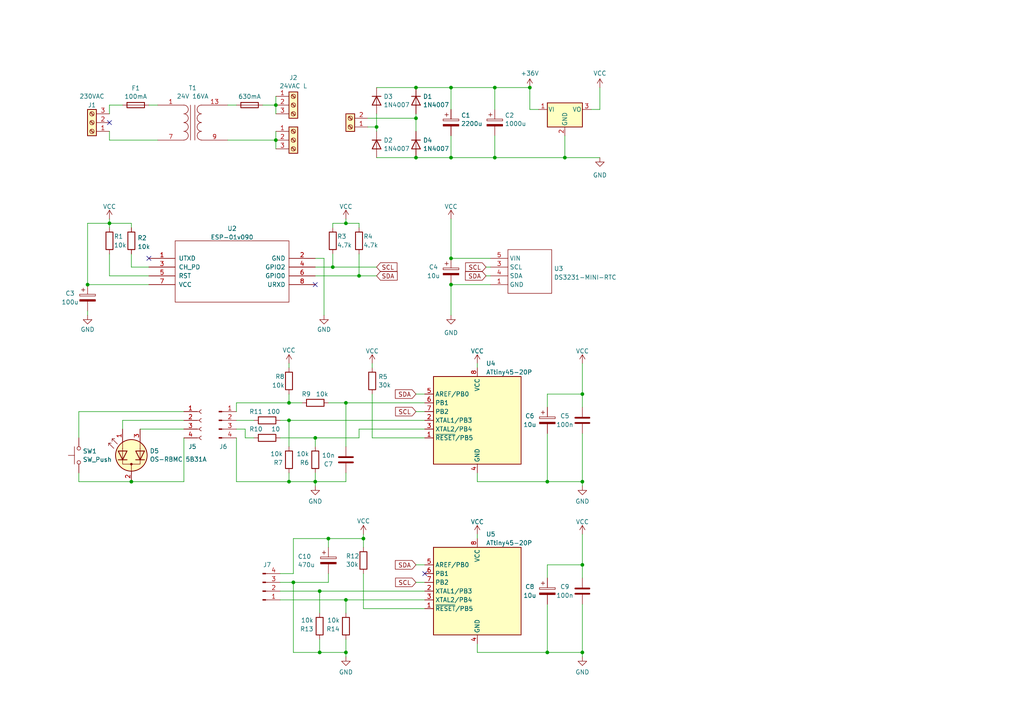
<source format=kicad_sch>
(kicad_sch (version 20230121) (generator eeschema)
  (paper "A4")
  (title_block (title "IrriGator") (date "2024-03-09") (rev "1.0") (company "peterbudai.eu"))
  (lib_symbols
    (symbol "Connector:Conn_01x04_Pin" (pin_names (offset 1.016) hide)
      (property "Reference" "J" (at 0 5.08 0))
      (property "Value" "Conn_01x04_Pin" (at 0 -7.62 0))
      (symbol "Conn_01x04_Pin_1_1"
        (polyline (pts (xy 1.27 -5.08) (xy 0.8636 -5.08)) (stroke (width 0.1524)))
        (polyline (pts (xy 1.27 -2.54) (xy 0.8636 -2.54)) (stroke (width 0.1524)))
        (polyline (pts (xy 1.27 0) (xy 0.8636 0)) (stroke (width 0.1524)))
        (polyline (pts (xy 1.27 2.54) (xy 0.8636 2.54)) (stroke (width 0.1524)))
        (rectangle (start 0.8636 -4.953) (end 0 -5.207) (stroke (width 0.1524)) (fill (type outline)))
        (rectangle (start 0.8636 -2.413) (end 0 -2.667) (stroke (width 0.1524)) (fill (type outline)))
        (rectangle (start 0.8636 0.127) (end 0 -0.127) (stroke (width 0.1524)) (fill (type outline)))
        (rectangle (start 0.8636 2.667) (end 0 2.413) (stroke (width 0.1524)) (fill (type outline)))
        (pin passive line (at 5.08 2.54 180) (length 3.81) (name "Pin_1") (number "1"))
        (pin passive line (at 5.08 0 180) (length 3.81) (name "Pin_2") (number "2"))
        (pin passive line (at 5.08 -2.54 180) (length 3.81) (name "Pin_3") (number "3"))
        (pin passive line (at 5.08 -5.08 180) (length 3.81) (name "Pin_4") (number "4"))
      )
    )
    (symbol "Connector:Conn_01x04_Socket" (pin_names (offset 1.016) hide)
      (property "Reference" "J" (at 0 5.08 0))
      (property "Value" "Conn_01x04_Socket" (at 0 -7.62 0))
      (symbol "Conn_01x04_Socket_1_1"
        (arc (start 0 -4.572) (mid -0.5058 -5.08) (end 0 -5.588) (stroke (width 0.1524)))
        (arc (start 0 -2.032) (mid -0.5058 -2.54) (end 0 -3.048) (stroke (width 0.1524)))
        (polyline (pts (xy -1.27 -5.08) (xy -0.508 -5.08)) (stroke (width 0.1524)))
        (polyline (pts (xy -1.27 -2.54) (xy -0.508 -2.54)) (stroke (width 0.1524)))
        (polyline (pts (xy -1.27 0) (xy -0.508 0)) (stroke (width 0.1524)))
        (polyline (pts (xy -1.27 2.54) (xy -0.508 2.54)) (stroke (width 0.1524)))
        (arc (start 0 0.508) (mid -0.5058 0) (end 0 -0.508) (stroke (width 0.1524)))
        (arc (start 0 3.048) (mid -0.5058 2.54) (end 0 2.032) (stroke (width 0.1524)))
        (pin passive line (at -5.08 2.54 0) (length 3.81) (name "Pin_1") (number "1"))
        (pin passive line (at -5.08 0 0) (length 3.81) (name "Pin_2") (number "2"))
        (pin passive line (at -5.08 -2.54 0) (length 3.81) (name "Pin_3") (number "3"))
        (pin passive line (at -5.08 -5.08 0) (length 3.81) (name "Pin_4") (number "4"))
      )
    )
    (symbol "Connector:Screw_Terminal_01x02" (pin_names (offset 1.016) hide)
      (property "Reference" "J" (at 0 2.54 0))
      (property "Value" "Screw_Terminal_01x02" (at 0 -5.08 0))
      (symbol "Screw_Terminal_01x02_1_1"
        (rectangle (start -1.27 1.27) (end 1.27 -3.81) (stroke (width 0.254)) (fill (type background)))
        (circle (center 0 -2.54) (radius 0.635) (stroke (width 0.1524)))
        (polyline (pts (xy -0.5334 -2.2098) (xy 0.3302 -3.048)) (stroke (width 0.1524)))
        (polyline (pts (xy -0.5334 0.3302) (xy 0.3302 -0.508)) (stroke (width 0.1524)))
        (polyline (pts (xy -0.3556 -2.032) (xy 0.508 -2.8702)) (stroke (width 0.1524)))
        (polyline (pts (xy -0.3556 0.508) (xy 0.508 -0.3302)) (stroke (width 0.1524)))
        (circle (center 0 0) (radius 0.635) (stroke (width 0.1524)))
        (pin passive line (at -5.08 0 0) (length 3.81) (name "Pin_1") (number "1"))
        (pin passive line (at -5.08 -2.54 0) (length 3.81) (name "Pin_2") (number "2"))
      )
    )
    (symbol "Connector:Screw_Terminal_01x03" (pin_names (offset 1.016) hide)
      (property "Reference" "J" (at 0 5.08 0))
      (property "Value" "Screw_Terminal_01x03" (at 0 -5.08 0))
      (symbol "Screw_Terminal_01x03_1_1"
        (rectangle (start -1.27 3.81) (end 1.27 -3.81) (stroke (width 0.254)) (fill (type background)))
        (circle (center 0 -2.54) (radius 0.635) (stroke (width 0.1524)))
        (polyline (pts (xy -0.5334 -2.2098) (xy 0.3302 -3.048)) (stroke (width 0.1524)))
        (polyline (pts (xy -0.5334 0.3302) (xy 0.3302 -0.508)) (stroke (width 0.1524)))
        (polyline (pts (xy -0.5334 2.8702) (xy 0.3302 2.032)) (stroke (width 0.1524)))
        (polyline (pts (xy -0.3556 -2.032) (xy 0.508 -2.8702)) (stroke (width 0.1524)))
        (polyline (pts (xy -0.3556 0.508) (xy 0.508 -0.3302)) (stroke (width 0.1524)))
        (polyline (pts (xy -0.3556 3.048) (xy 0.508 2.2098)) (stroke (width 0.1524)))
        (circle (center 0 0) (radius 0.635) (stroke (width 0.1524)))
        (circle (center 0 2.54) (radius 0.635) (stroke (width 0.1524)))
        (pin passive line (at -5.08 2.54 0) (length 3.81) (name "Pin_1") (number "1"))
        (pin passive line (at -5.08 0 0) (length 3.81) (name "Pin_2") (number "2"))
        (pin passive line (at -5.08 -2.54 0) (length 3.81) (name "Pin_3") (number "3"))
      )
    )
    (symbol "Device:C" (pin_numbers hide) (pin_names (offset 0.254))
      (property "Reference" "C" (at 0.635 2.54 0))
      (property "Value" "C" (at 0.635 -2.54 0))
      (symbol "C_0_1"
        (polyline (pts (xy -2.032 -0.762) (xy 2.032 -0.762)) (stroke (width 0.508)))
        (polyline (pts (xy -2.032 0.762) (xy 2.032 0.762)) (stroke (width 0.508)))
      )
      (symbol "C_1_1"
        (pin passive line (at 0 3.81 270) (length 2.794) (name "~") (number "1"))
        (pin passive line (at 0 -3.81 90) (length 2.794) (name "~") (number "2"))
      )
    )
    (symbol "Device:C_Polarized" (pin_numbers hide) (pin_names (offset 0.254))
      (property "Reference" "C" (at 0.635 2.54 0))
      (property "Value" "C_Polarized" (at 0.635 -2.54 0))
      (symbol "C_Polarized_0_1"
        (rectangle (start -2.286 0.508) (end 2.286 1.016))
        (polyline (pts (xy -1.778 2.286) (xy -0.762 2.286)))
        (polyline (pts (xy -1.27 2.794) (xy -1.27 1.778)))
        (rectangle (start 2.286 -0.508) (end -2.286 -1.016) (fill (type outline)))
      )
      (symbol "C_Polarized_1_1"
        (pin passive line (at 0 3.81 270) (length 2.794) (name "~") (number "1"))
        (pin passive line (at 0 -3.81 90) (length 2.794) (name "~") (number "2"))
      )
    )
    (symbol "Device:Fuse" (pin_numbers hide) (pin_names (offset 0))
      (property "Reference" "F" (at 2.032 0 90))
      (property "Value" "Fuse" (at -1.905 0 90))
      (symbol "Fuse_0_1"
        (rectangle (start -0.762 -2.54) (end 0.762 2.54) (stroke (width 0.254)))
        (polyline (pts (xy 0 2.54) (xy 0 -2.54)))
      )
      (symbol "Fuse_1_1"
        (pin passive line (at 0 3.81 270) (length 1.27) (name "~") (number "1"))
        (pin passive line (at 0 -3.81 90) (length 1.27) (name "~") (number "2"))
      )
    )
    (symbol "Device:LED_Dual_AKA" (pin_names (offset 0) hide)
      (property "Reference" "D" (at 0 5.715 0))
      (property "Value" "LED_Dual_AKA" (at 0 -6.35 0))
      (symbol "LED_Dual_AKA_0_1"
        (circle (center -2.54 0) (radius 0.2794) (fill (type outline)))
        (polyline (pts (xy -4.572 0) (xy -2.54 0)))
        (polyline (pts (xy -1.27 -1.27) (xy -1.27 -3.81)) (stroke (width 0.254)))
        (polyline (pts (xy -1.27 1.27) (xy -1.27 3.81)) (stroke (width 0.254)))
        (polyline (pts (xy 3.81 -2.54) (xy 1.905 -2.54)))
        (polyline (pts (xy 3.81 2.54) (xy 1.905 2.54)))
        (polyline (pts (xy 1.27 -3.81) (xy 1.27 -1.27) (xy -1.27 -2.54) (xy 1.27 -3.81)) (stroke (width 0.254)))
        (polyline (pts (xy 1.27 1.27) (xy 1.27 3.81) (xy -1.27 2.54) (xy 1.27 1.27)) (stroke (width 0.254)))
        (polyline (pts (xy 2.032 2.54) (xy -2.54 2.54) (xy -2.54 -2.54) (xy 2.032 -2.54)))
        (polyline (pts (xy 2.032 5.08) (xy 3.556 6.604) (xy 2.794 6.604) (xy 3.556 6.604) (xy 3.556 5.842)))
        (polyline (pts (xy 3.302 4.064) (xy 4.826 5.588) (xy 4.064 5.588) (xy 4.826 5.588) (xy 4.826 4.826)))
        (circle (center 0 0) (radius 4.572) (stroke (width 0.254)) (fill (type background)))
      )
      (symbol "LED_Dual_AKA_1_1"
        (pin input line (at 7.62 2.54 180) (length 3.81) (name "A1") (number "1"))
        (pin input line (at -7.62 0 0) (length 3.048) (name "K") (number "2"))
        (pin input line (at 7.62 -2.54 180) (length 3.81) (name "A2") (number "3"))
      )
    )
    (symbol "Device:R" (pin_numbers hide) (pin_names (offset 0))
      (property "Reference" "R" (at 2.032 0 90))
      (property "Value" "R" (at 0 0 90))
      (symbol "R_0_1"
        (rectangle (start -1.016 -2.54) (end 1.016 2.54) (stroke (width 0.254)))
      )
      (symbol "R_1_1"
        (pin passive line (at 0 3.81 270) (length 1.27) (name "~") (number "1"))
        (pin passive line (at 0 -3.81 90) (length 1.27) (name "~") (number "2"))
      )
    )
    (symbol "Device:Transformer_1P_1S" (pin_names (offset 1.016) hide)
      (property "Reference" "T1" (at 0 10.0442 0))
      (property "Value" "24V 16VA" (at 0 7.62 0))
      (symbol "Transformer_1P_1S_0_1"
        (arc (start -2.54 -5.0546) (mid -1.6599 -4.6901) (end -1.27 -3.81))
        (arc (start -2.54 -2.5146) (mid -1.6599 -2.1501) (end -1.27 -1.27))
        (arc (start -2.54 0.0254) (mid -1.6599 0.3899) (end -1.27 1.27))
        (arc (start -2.54 2.5654) (mid -1.6599 2.9299) (end -1.27 3.81))
        (arc (start -1.27 -3.81) (mid -1.642 -2.912) (end -2.54 -2.54))
        (arc (start -1.27 -1.27) (mid -1.642 -0.372) (end -2.54 0))
        (arc (start -1.27 1.27) (mid -1.642 2.168) (end -2.54 2.54))
        (arc (start -1.27 3.81) (mid -1.642 4.708) (end -2.54 5.08))
        (polyline (pts (xy -0.635 5.08) (xy -0.635 -5.08)))
        (polyline (pts (xy 0.635 -5.08) (xy 0.635 5.08)))
        (arc (start 1.2954 -1.27) (mid 1.6599 -2.1501) (end 2.54 -2.5146))
        (arc (start 1.2954 1.27) (mid 1.6599 0.3899) (end 2.54 0.0254))
        (arc (start 1.2954 3.81) (mid 1.6599 2.9299) (end 2.54 2.5654))
        (arc (start 1.3208 -3.81) (mid 1.6853 -4.6901) (end 2.5654 -5.0546))
        (arc (start 2.54 0) (mid 1.642 -0.372) (end 1.2954 -1.27))
        (arc (start 2.54 2.54) (mid 1.642 2.168) (end 1.2954 1.27))
        (arc (start 2.54 5.08) (mid 1.642 4.708) (end 1.2954 3.81))
        (arc (start 2.5654 -2.54) (mid 1.6674 -2.912) (end 1.3208 -3.81))
      )
      (symbol "Transformer_1P_1S_1_1"
        (pin passive line (at -10.16 5.08 0) (length 7.62) (name "AA") (number "1"))
        (pin passive line (at 10.16 5.08 180) (length 7.62) (name "SB") (number "13"))
        (pin passive line (at -10.16 -5.08 0) (length 7.62) (name "AB") (number "7"))
        (pin passive line (at 10.16 -5.08 180) (length 7.62) (name "SA") (number "9"))
      )
    )
    (symbol "Diode:1N4007" (pin_numbers hide) (pin_names hide)
      (property "Reference" "D" (at 0 2.54 0))
      (property "Value" "1N4007" (at 0 -2.54 0))
      (symbol "1N4007_0_1"
        (polyline (pts (xy -1.27 1.27) (xy -1.27 -1.27)) (stroke (width 0.254)))
        (polyline (pts (xy 1.27 0) (xy -1.27 0)))
        (polyline (pts (xy 1.27 1.27) (xy 1.27 -1.27) (xy -1.27 0) (xy 1.27 1.27)) (stroke (width 0.254)))
      )
      (symbol "1N4007_1_1"
        (pin passive line (at -3.81 0 0) (length 2.54) (name "K") (number "1"))
        (pin passive line (at 3.81 0 180) (length 2.54) (name "A") (number "2"))
      )
    )
    (symbol "ESP3288:ESP-01v090" (pin_names (offset 1.016))
      (property "Reference" "U" (at 0 -2.54 0))
      (property "Value" "ESP-01v090" (at 0 2.54 0))
      (symbol "ESP-01v090_1_0"
        (rectangle (start -16.51 -8.89) (end 16.51 8.89))
      )
      (symbol "ESP-01v090_1_1"
        (pin output line (at -24.13 3.81 0) (length 7.62) (name "UTXD") (number "1"))
        (pin power_in line (at 24.13 3.81 180) (length 7.62) (name "GND") (number "2"))
        (pin input line (at -24.13 1.27 0) (length 7.62) (name "CH_PD") (number "3"))
        (pin tri_state line (at 24.13 1.27 180) (length 7.62) (name "GPIO2") (number "4"))
        (pin input line (at -24.13 -1.27 0) (length 7.62) (name "RST") (number "5"))
        (pin tri_state line (at 24.13 -1.27 180) (length 7.62) (name "GPIO0") (number "6"))
        (pin power_in line (at -24.13 -3.81 0) (length 7.62) (name "VCC") (number "7"))
        (pin input line (at 24.13 -3.81 180) (length 7.62) (name "URXD") (number "8"))
      )
    )
    (symbol "Irrigator:DS3231-MINI-RTC"
      (property "Reference" "U4" (at 6.985 0.8347 0))
      (property "Value" "DS3231-MINI-RTC" (at 6.985 -1.7022 0))
      (symbol "DS3231-MINI-RTC_0_1"
        (rectangle (start -6.35 6.35) (end 6.35 -6.35))
      )
      (symbol "DS3231-MINI-RTC_1_1"
        (pin power_in line (at -11.43 -3.81 0) (length 5.08) (name "GND") (number "1"))
        (pin input line (at -11.43 1.27 0) (length 5.08) (name "SCL") (number "3"))
        (pin bidirectional line (at -11.43 -1.27 0) (length 5.08) (name "SDA") (number "4"))
        (pin power_in line (at -11.43 3.81 0) (length 5.08) (name "VIN") (number "5"))
      )
    )
    (symbol "MCU_Microchip_ATtiny:ATtiny45-20P"
      (property "Reference" "U" (at -12.7 13.97 0))
      (property "Value" "ATtiny45-20P" (at 2.54 -13.97 0))
      (symbol "ATtiny45-20P_0_1"
        (rectangle (start -12.7 -12.7) (end 12.7 12.7) (stroke (width 0.254)) (fill (type background)))
      )
      (symbol "ATtiny45-20P_1_1"
        (pin bidirectional line (at 15.24 -5.08 180) (length 2.54) (name "~{RESET}/PB5") (number "1"))
        (pin bidirectional line (at 15.24 0 180) (length 2.54) (name "XTAL1/PB3") (number "2"))
        (pin bidirectional line (at 15.24 -2.54 180) (length 2.54) (name "XTAL2/PB4") (number "3"))
        (pin power_in line (at 0 -15.24 90) (length 2.54) (name "GND") (number "4"))
        (pin bidirectional line (at 15.24 7.62 180) (length 2.54) (name "AREF/PB0") (number "5"))
        (pin bidirectional line (at 15.24 5.08 180) (length 2.54) (name "PB1") (number "6"))
        (pin bidirectional line (at 15.24 2.54 180) (length 2.54) (name "PB2") (number "7"))
        (pin power_in line (at 0 15.24 270) (length 2.54) (name "VCC") (number "8"))
      )
    )
    (symbol "Regulator_Linear:LF33_TO220" (pin_names (offset 0.254))
      (property "Reference" "U" (at -3.81 3.175 0))
      (property "Value" "LF33_TO220" (at 0 3.175 0))
      (symbol "LF33_TO220_0_1"
        (rectangle (start -5.08 1.905) (end 5.08 -5.08) (stroke (width 0.254)) (fill (type background)))
      )
      (symbol "LF33_TO220_1_1"
        (pin power_in line (at -7.62 0 0) (length 2.54) (name "VI") (number "1"))
        (pin power_in line (at 0 -7.62 90) (length 2.54) (name "GND") (number "2"))
        (pin power_out line (at 7.62 0 180) (length 2.54) (name "VO") (number "3"))
      )
    )
    (symbol "Switch:SW_Push" (pin_numbers hide) (pin_names (offset 1.016) hide)
      (property "Reference" "SW" (at 1.27 2.54 0))
      (property "Value" "SW_Push" (at 0 -1.524 0))
      (symbol "SW_Push_0_1"
        (circle (center -2.032 0) (radius 0.508))
        (polyline (pts (xy 0 1.27) (xy 0 3.048)))
        (polyline (pts (xy 2.54 1.27) (xy -2.54 1.27)))
        (circle (center 2.032 0) (radius 0.508))
        (pin passive line (at -5.08 0 0) (length 2.54) (name "1") (number "1"))
        (pin passive line (at 5.08 0 180) (length 2.54) (name "2") (number "2"))
      )
    )
    (symbol "power:+36V" (power) (pin_names (offset 0))
      (property "Value" "+36V" (at 0 3.556 0))
      (symbol "+36V_0_1"
        (polyline (pts (xy -0.762 1.27) (xy 0 2.54)))
        (polyline (pts (xy 0 0) (xy 0 2.54)))
        (polyline (pts (xy 0 2.54) (xy 0.762 1.27)))
      )
      (symbol "+36V_1_1"
        (pin power_in line (at 0 0 90) (length 0) hide (name "+36V") (number "1"))
      )
    )
    (symbol "power:GND" (power) (pin_names (offset 0))
      (property "Value" "GND" (at 0 -3.81 0))
      (symbol "GND_0_1"
        (polyline (pts (xy 0 0) (xy 0 -1.27) (xy 1.27 -1.27) (xy 0 -2.54) (xy -1.27 -1.27) (xy 0 -1.27)))
      )
      (symbol "GND_1_1"
        (pin power_in line (at 0 0 270) (length 0) hide (name "GND") (number "1"))
      )
    )
    (symbol "power:VCC" (power) (pin_names (offset 0))
      (property "Value" "VCC" (at 0 3.81 0))
      (symbol "VCC_0_1"
        (polyline (pts (xy -0.762 1.27) (xy 0 2.54)))
        (polyline (pts (xy 0 0) (xy 0 2.54)))
        (polyline (pts (xy 0 2.54) (xy 0.762 1.27)))
      )
      (symbol "VCC_1_1"
        (pin power_in line (at 0 0 90) (length 0) hide (name "VCC") (number "1"))
      )
    )
  )
  (junction (at 95.25 156.21))
  (junction (at 100.33 189.23))
  (junction (at 80.01 40.64))
  (junction (at 130.81 25.4))
  (junction (at 91.44 139.7))
  (junction (at 120.65 34.29))
  (junction (at 105.41 156.21))
  (junction (at 168.91 139.7))
  (junction (at 38.1 139.7))
  (junction (at 96.52 77.47))
  (junction (at 168.91 114.3))
  (junction (at 168.91 163.83))
  (junction (at 83.82 139.7))
  (junction (at 25.4 82.55))
  (junction (at 100.33 173.99))
  (junction (at 130.81 82.55))
  (junction (at 85.09 168.91))
  (junction (at 130.81 74.93))
  (junction (at 31.75 64.77))
  (junction (at 158.75 139.7))
  (junction (at 83.82 121.92))
  (junction (at 80.01 30.48))
  (junction (at 104.14 80.01))
  (junction (at 100.33 116.84))
  (junction (at 109.22 36.83))
  (junction (at 163.83 45.72))
  (junction (at 158.75 189.23))
  (junction (at 120.65 45.72))
  (junction (at 83.82 116.84))
  (junction (at 143.51 25.4))
  (junction (at 120.65 25.4))
  (junction (at 92.71 189.23))
  (junction (at 130.81 45.72))
  (junction (at 100.33 64.77))
  (junction (at 92.71 171.45))
  (junction (at 143.51 45.72))
  (junction (at 168.91 189.23))
  (junction (at 91.44 127))
  (junction (at 153.67 25.4))
  (no_connect (at 31.75 35.56))
  (no_connect (at 91.44 82.55))
  (no_connect (at 43.18 74.93))
  (no_connect (at 123.19 166.37))
  (wire (pts (xy 163.83 45.72) (xy 143.51 45.72)))
  (wire (pts (xy 109.22 33.02) (xy 109.22 36.83)))
  (wire (pts (xy 130.81 63.5) (xy 130.81 74.93)))
  (wire (pts (xy 68.58 121.92) (xy 73.66 121.92)))
  (wire (pts (xy 85.09 166.37) (xy 85.09 156.21)))
  (wire (pts (xy 22.86 119.38) (xy 53.34 119.38)))
  (wire (pts (xy 31.75 30.48) (xy 31.75 33.02)))
  (wire (pts (xy 68.58 139.7) (xy 68.58 127)))
  (wire (pts (xy 83.82 121.92) (xy 81.28 121.92)))
  (wire (pts (xy 31.75 30.48) (xy 35.56 30.48)))
  (wire (pts (xy 107.95 114.3) (xy 107.95 127)))
  (wire (pts (xy 31.75 64.77) (xy 31.75 66.04)))
  (wire (pts (xy 53.34 139.7) (xy 38.1 139.7)))
  (wire (pts (xy 31.75 63.5) (xy 31.75 64.77)))
  (wire (pts (xy 100.33 185.42) (xy 100.33 189.23)))
  (wire (pts (xy 71.12 127) (xy 73.66 127)))
  (wire (pts (xy 35.56 121.92) (xy 53.34 121.92)))
  (wire (pts (xy 168.91 125.73) (xy 168.91 139.7)))
  (wire (pts (xy 95.25 156.21) (xy 105.41 156.21)))
  (wire (pts (xy 168.91 163.83) (xy 168.91 167.64)))
  (wire (pts (xy 143.51 31.75) (xy 143.51 25.4)))
  (wire (pts (xy 104.14 124.46) (xy 123.19 124.46)))
  (wire (pts (xy 130.81 25.4) (xy 130.81 31.75)))
  (wire (pts (xy 173.99 31.75) (xy 173.99 25.4)))
  (wire (pts (xy 91.44 129.54) (xy 91.44 127)))
  (wire (pts (xy 43.18 77.47) (xy 38.1 77.47)))
  (wire (pts (xy 153.67 31.75) (xy 156.21 31.75)))
  (wire (pts (xy 100.33 116.84) (xy 123.19 116.84)))
  (wire (pts (xy 91.44 77.47) (xy 96.52 77.47)))
  (wire (pts (xy 106.68 34.29) (xy 120.65 34.29)))
  (wire (pts (xy 168.91 189.23) (xy 158.75 189.23)))
  (wire (pts (xy 92.71 171.45) (xy 92.71 177.8)))
  (wire (pts (xy 138.43 105.41) (xy 138.43 106.68)))
  (wire (pts (xy 66.04 40.64) (xy 80.01 40.64)))
  (wire (pts (xy 138.43 186.69) (xy 138.43 189.23)))
  (wire (pts (xy 120.65 34.29) (xy 120.65 38.1)))
  (wire (pts (xy 80.01 27.94) (xy 80.01 30.48)))
  (wire (pts (xy 173.99 31.75) (xy 171.45 31.75)))
  (wire (pts (xy 130.81 82.55) (xy 130.81 91.44)))
  (wire (pts (xy 158.75 125.73) (xy 158.75 139.7)))
  (wire (pts (xy 105.41 154.94) (xy 105.41 156.21)))
  (wire (pts (xy 163.83 39.37) (xy 163.83 45.72)))
  (wire (pts (xy 83.82 139.7) (xy 83.82 137.16)))
  (wire (pts (xy 158.75 114.3) (xy 168.91 114.3)))
  (wire (pts (xy 22.86 137.16) (xy 22.86 139.7)))
  (wire (pts (xy 120.65 163.83) (xy 123.19 163.83)))
  (wire (pts (xy 140.97 77.47) (xy 142.24 77.47)))
  (wire (pts (xy 83.82 121.92) (xy 123.19 121.92)))
  (wire (pts (xy 168.91 139.7) (xy 158.75 139.7)))
  (wire (pts (xy 93.98 74.93) (xy 93.98 91.44)))
  (wire (pts (xy 66.04 30.48) (xy 68.58 30.48)))
  (wire (pts (xy 83.82 105.41) (xy 83.82 106.68)))
  (wire (pts (xy 43.18 80.01) (xy 31.75 80.01)))
  (wire (pts (xy 76.2 30.48) (xy 80.01 30.48)))
  (wire (pts (xy 80.01 38.1) (xy 80.01 40.64)))
  (wire (pts (xy 173.99 45.72) (xy 163.83 45.72)))
  (wire (pts (xy 104.14 127) (xy 104.14 124.46)))
  (wire (pts (xy 120.65 119.38) (xy 123.19 119.38)))
  (wire (pts (xy 120.65 25.4) (xy 130.81 25.4)))
  (wire (pts (xy 91.44 74.93) (xy 93.98 74.93)))
  (wire (pts (xy 95.25 116.84) (xy 100.33 116.84)))
  (wire (pts (xy 68.58 116.84) (xy 68.58 119.38)))
  (wire (pts (xy 85.09 168.91) (xy 95.25 168.91)))
  (wire (pts (xy 158.75 163.83) (xy 168.91 163.83)))
  (wire (pts (xy 143.51 39.37) (xy 143.51 45.72)))
  (wire (pts (xy 25.4 91.44) (xy 25.4 90.17)))
  (wire (pts (xy 91.44 139.7) (xy 91.44 140.97)))
  (wire (pts (xy 53.34 127) (xy 53.34 139.7)))
  (wire (pts (xy 83.82 129.54) (xy 83.82 121.92)))
  (wire (pts (xy 38.1 64.77) (xy 38.1 66.04)))
  (wire (pts (xy 143.51 25.4) (xy 153.67 25.4)))
  (wire (pts (xy 95.25 168.91) (xy 95.25 166.37)))
  (wire (pts (xy 43.18 30.48) (xy 45.72 30.48)))
  (wire (pts (xy 96.52 64.77) (xy 100.33 64.77)))
  (wire (pts (xy 153.67 31.75) (xy 153.67 25.4)))
  (wire (pts (xy 80.01 40.64) (xy 80.01 43.18)))
  (wire (pts (xy 130.81 39.37) (xy 130.81 45.72)))
  (wire (pts (xy 120.65 114.3) (xy 123.19 114.3)))
  (wire (pts (xy 85.09 189.23) (xy 92.71 189.23)))
  (wire (pts (xy 71.12 124.46) (xy 71.12 127)))
  (wire (pts (xy 81.28 168.91) (xy 85.09 168.91)))
  (wire (pts (xy 120.65 33.02) (xy 120.65 34.29)))
  (wire (pts (xy 100.33 116.84) (xy 100.33 129.54)))
  (wire (pts (xy 91.44 139.7) (xy 83.82 139.7)))
  (wire (pts (xy 100.33 189.23) (xy 100.33 190.5)))
  (wire (pts (xy 96.52 64.77) (xy 96.52 66.04)))
  (wire (pts (xy 105.41 176.53) (xy 123.19 176.53)))
  (wire (pts (xy 104.14 64.77) (xy 100.33 64.77)))
  (wire (pts (xy 100.33 173.99) (xy 100.33 177.8)))
  (wire (pts (xy 138.43 154.94) (xy 138.43 156.21)))
  (wire (pts (xy 140.97 80.01) (xy 142.24 80.01)))
  (wire (pts (xy 120.65 45.72) (xy 130.81 45.72)))
  (wire (pts (xy 85.09 168.91) (xy 85.09 189.23)))
  (wire (pts (xy 91.44 127) (xy 81.28 127)))
  (wire (pts (xy 168.91 139.7) (xy 168.91 140.97)))
  (wire (pts (xy 120.65 168.91) (xy 123.19 168.91)))
  (wire (pts (xy 105.41 166.37) (xy 105.41 176.53)))
  (wire (pts (xy 35.56 121.92) (xy 35.56 124.46)))
  (wire (pts (xy 123.19 173.99) (xy 100.33 173.99)))
  (wire (pts (xy 100.33 139.7) (xy 100.33 137.16)))
  (wire (pts (xy 80.01 33.02) (xy 80.01 30.48)))
  (wire (pts (xy 83.82 116.84) (xy 87.63 116.84)))
  (wire (pts (xy 91.44 80.01) (xy 104.14 80.01)))
  (wire (pts (xy 31.75 40.64) (xy 31.75 38.1)))
  (wire (pts (xy 158.75 163.83) (xy 158.75 167.64)))
  (wire (pts (xy 109.22 25.4) (xy 120.65 25.4)))
  (wire (pts (xy 138.43 139.7) (xy 158.75 139.7)))
  (wire (pts (xy 81.28 166.37) (xy 85.09 166.37)))
  (wire (pts (xy 104.14 80.01) (xy 109.22 80.01)))
  (wire (pts (xy 104.14 64.77) (xy 104.14 66.04)))
  (wire (pts (xy 109.22 45.72) (xy 120.65 45.72)))
  (wire (pts (xy 25.4 64.77) (xy 31.75 64.77)))
  (wire (pts (xy 31.75 73.66) (xy 31.75 80.01)))
  (wire (pts (xy 138.43 137.16) (xy 138.43 139.7)))
  (wire (pts (xy 123.19 171.45) (xy 92.71 171.45)))
  (wire (pts (xy 22.86 139.7) (xy 38.1 139.7)))
  (wire (pts (xy 100.33 64.77) (xy 100.33 63.5)))
  (wire (pts (xy 83.82 139.7) (xy 68.58 139.7)))
  (wire (pts (xy 130.81 74.93) (xy 142.24 74.93)))
  (wire (pts (xy 130.81 82.55) (xy 142.24 82.55)))
  (wire (pts (xy 105.41 158.75) (xy 105.41 156.21)))
  (wire (pts (xy 95.25 156.21) (xy 95.25 158.75)))
  (wire (pts (xy 40.64 124.46) (xy 53.34 124.46)))
  (wire (pts (xy 25.4 64.77) (xy 25.4 82.55)))
  (wire (pts (xy 104.14 73.66) (xy 104.14 80.01)))
  (wire (pts (xy 158.75 175.26) (xy 158.75 189.23)))
  (wire (pts (xy 81.28 171.45) (xy 92.71 171.45)))
  (wire (pts (xy 107.95 127) (xy 123.19 127)))
  (wire (pts (xy 45.72 40.64) (xy 31.75 40.64)))
  (wire (pts (xy 85.09 156.21) (xy 95.25 156.21)))
  (wire (pts (xy 130.81 25.4) (xy 143.51 25.4)))
  (wire (pts (xy 25.4 82.55) (xy 43.18 82.55)))
  (wire (pts (xy 168.91 114.3) (xy 168.91 105.41)))
  (wire (pts (xy 91.44 127) (xy 104.14 127)))
  (wire (pts (xy 68.58 116.84) (xy 83.82 116.84)))
  (wire (pts (xy 96.52 77.47) (xy 109.22 77.47)))
  (wire (pts (xy 168.91 114.3) (xy 168.91 118.11)))
  (wire (pts (xy 106.68 36.83) (xy 109.22 36.83)))
  (wire (pts (xy 22.86 127) (xy 22.86 119.38)))
  (wire (pts (xy 92.71 189.23) (xy 92.71 185.42)))
  (wire (pts (xy 92.71 189.23) (xy 100.33 189.23)))
  (wire (pts (xy 83.82 114.3) (xy 83.82 116.84)))
  (wire (pts (xy 158.75 114.3) (xy 158.75 118.11)))
  (wire (pts (xy 91.44 137.16) (xy 91.44 139.7)))
  (wire (pts (xy 138.43 189.23) (xy 158.75 189.23)))
  (wire (pts (xy 91.44 139.7) (xy 100.33 139.7)))
  (wire (pts (xy 38.1 77.47) (xy 38.1 73.66)))
  (wire (pts (xy 168.91 163.83) (xy 168.91 154.94)))
  (wire (pts (xy 168.91 175.26) (xy 168.91 189.23)))
  (wire (pts (xy 96.52 73.66) (xy 96.52 77.47)))
  (wire (pts (xy 109.22 36.83) (xy 109.22 38.1)))
  (wire (pts (xy 143.51 45.72) (xy 130.81 45.72)))
  (wire (pts (xy 81.28 173.99) (xy 100.33 173.99)))
  (wire (pts (xy 168.91 189.23) (xy 168.91 190.5)))
  (wire (pts (xy 68.58 124.46) (xy 71.12 124.46)))
  (wire (pts (xy 31.75 64.77) (xy 38.1 64.77)))
  (wire (pts (xy 107.95 105.41) (xy 107.95 106.68)))
  (global_label "SCL" (shape input) (at 120.65 168.91 180) (property "Intersheetrefs" "${INTERSHEET_REFS}" (effects hide)))
  (global_label "SCL" (shape input) (at 109.22 77.47 0) (property "Intersheetrefs" "${INTERSHEET_REFS}" (effects hide)))
  (global_label "SDA" (shape input) (at 120.65 114.3 180) (property "Intersheetrefs" "${INTERSHEET_REFS}" (effects hide)))
  (global_label "SDA" (shape input) (at 109.22 80.01 0) (property "Intersheetrefs" "${INTERSHEET_REFS}" (effects hide)))
  (global_label "SCL" (shape input) (at 120.65 119.38 180) (property "Intersheetrefs" "${INTERSHEET_REFS}" (effects hide)))
  (global_label "SDA" (shape input) (at 140.97 80.01 180) (property "Intersheetrefs" "${INTERSHEET_REFS}" (effects hide)))
  (global_label "SDA" (shape input) (at 120.65 163.83 180) (property "Intersheetrefs" "${INTERSHEET_REFS}" (effects hide)))
  (global_label "SCL" (shape input) (at 140.97 77.47 180) (property "Intersheetrefs" "${INTERSHEET_REFS}" (effects hide)))
  (symbol (lib_id "Connector:Screw_Terminal_01x03") (at 85.09 40.64 0) (unit 1)
    (property "Reference" "J3" (effects hide))
    (property "Value" "24VAC N" (effects hide))
    (property "Footprint" "TerminalBlock_Phoenix:TerminalBlock_Phoenix_MKDS-1,5-3-5.08_1x03_P5.08mm_Horizontal" (effects hide))
  )
  (symbol (lib_id "MCU_Microchip_ATtiny:ATtiny45-20P") (at 138.43 171.45 0) (mirror y) (unit 1)
    (property "Reference" "U5" (at 140.97 154.9431 0) (effects (justify right)))
    (property "Value" "ATtiny45-20P" (at 140.97 157.48 0) (effects (justify right)))
    (property "Footprint" "Package_DIP:DIP-8_W7.62mm_Socket" (effects hide))
    (property "Datasheet" "http://ww1.microchip.com/downloads/en/DeviceDoc/atmel-2586-avr-8-bit-microcontroller-attiny25-attiny45-attiny85_datasheet.pdf" (effects hide))
  )
  (symbol (lib_id "Connector:Conn_01x04_Pin") (at 63.5 121.92 0) (unit 1)
    (property "Reference" "J6" (at 64.77 129.54 0))
    (property "Value" "Conn_01x04_Pin" (effects hide))
    (property "Footprint" "Connector_PinHeader_2.54mm:PinHeader_1x04_P2.54mm_Vertical" (effects hide))
  )
  (symbol (lib_id "power:GND") (at 168.91 140.97 0) (unit 1)
    (property "Reference" "#PWR09" (effects hide))
    (property "Value" "GND" (at 168.91 145.4134 0))
  )
  (symbol (lib_id "Device:C_Polarized") (at 158.75 171.45 0) (unit 1)
    (property "Reference" "C8" (at 153.67 170.18 0))
    (property "Value" "10u" (at 153.67 172.72 0))
    (property "Footprint" "Capacitor_THT:CP_Radial_D5.0mm_P2.50mm" (effects hide))
  )
  (symbol (lib_id "Device:LED_Dual_AKA") (at 38.1 132.08 90) (unit 1)
    (property "Reference" "D5" (at 43.434 130.8044 90) (effects (justify right)))
    (property "Value" "OS-RBMC 5B31A" (at 43.434 133.2286 90) (effects (justify right)))
    (property "Footprint" "LED_THT:LED_D5.0mm-3" (effects hide))
  )
  (symbol (lib_id "Diode:1N4007") (at 109.22 41.91 270) (unit 1)
    (property "Reference" "D2" (at 111.252 40.6979 90) (effects (justify left)))
    (property "Value" "1N4007" (at 111.252 43.1221 90) (effects (justify left)))
    (property "Footprint" "Diode_THT:D_DO-41_SOD81_P10.16mm_Horizontal" (effects hide))
    (property "Datasheet" "http://www.vishay.com/docs/88503/1n4001.pdf" (effects hide))
    (property "Sim.Device" "D" (effects hide))
    (property "Sim.Pins" "1=K 2=A" (effects hide))
  )
  (symbol (lib_id "Connector:Conn_01x04_Pin") (at 76.2 171.45 0) (mirror x) (unit 1)
    (property "Reference" "J7" (at 77.47 163.83 0))
    (property "Value" "Conn_01x04_Pin" (effects hide))
    (property "Footprint" "Connector_PinHeader_2.54mm:PinHeader_1x04_P2.54mm_Vertical" (effects hide))
  )
  (symbol (lib_id "power:GND") (at 100.33 190.5 0) (unit 1)
    (property "Reference" "#PWR020" (effects hide))
    (property "Value" "GND" (at 100.33 194.9434 0))
  )
  (symbol (lib_id "Diode:1N4007") (at 120.65 41.91 270) (unit 1)
    (property "Reference" "D4" (at 122.682 40.6979 90) (effects (justify left)))
    (property "Value" "1N4007" (at 122.682 43.1221 90) (effects (justify left)))
    (property "Footprint" "Diode_THT:D_DO-41_SOD81_P10.16mm_Horizontal" (effects hide))
    (property "Datasheet" "http://www.vishay.com/docs/88503/1n4001.pdf" (effects hide))
    (property "Sim.Device" "D" (effects hide))
    (property "Sim.Pins" "1=K 2=A" (effects hide))
  )
  (symbol (lib_id "Device:R") (at 100.33 181.61 0) (unit 1)
    (property "Reference" "R14" (at 98.552 182.4447 0) (effects (justify right)))
    (property "Value" "10k" (at 98.552 179.9078 0) (effects (justify right)))
    (property "Footprint" "Resistor_THT:R_Axial_DIN0204_L3.6mm_D1.6mm_P7.62mm_Horizontal" (effects hide))
  )
  (symbol (lib_id "ESP3288:ESP-01v090") (at 67.31 78.74 0) (unit 1)
    (property "Reference" "U2" (at 67.31 66.2772 0))
    (property "Value" "ESP-01v090" (at 67.31 68.8141 0))
    (property "Footprint" "ESP8266:ESP-01" (effects hide))
    (property "Datasheet" "http://l0l.org.uk/2014/12/esp8266-modules-hardware-guide-gotta-catch-em-all/" (effects hide))
  )
  (symbol (lib_id "Device:C_Polarized") (at 130.81 78.74 0) (unit 1)
    (property "Reference" "C4" (at 125.73 77.47 0))
    (property "Value" "10u" (at 125.73 80.01 0))
    (property "Footprint" "Capacitor_THT:CP_Radial_D5.0mm_P2.50mm" (effects hide))
  )
  (symbol (lib_id "Device:R") (at 91.44 116.84 270) (unit 1)
    (property "Reference" "R9" (at 90.17 114.3 90) (effects (justify right)))
    (property "Value" "10k" (at 95.25 114.3 90) (effects (justify right)))
    (property "Footprint" "Resistor_THT:R_Axial_DIN0204_L3.6mm_D1.6mm_P7.62mm_Horizontal" (effects hide))
  )
  (symbol (lib_id "Diode:1N4007") (at 109.22 29.21 270) (unit 1)
    (property "Reference" "D3" (at 111.252 27.9979 90) (effects (justify left)))
    (property "Value" "1N4007" (at 111.252 30.4221 90) (effects (justify left)))
    (property "Footprint" "Diode_THT:D_DO-41_SOD81_P10.16mm_Horizontal" (effects hide))
    (property "Datasheet" "http://www.vishay.com/docs/88503/1n4001.pdf" (effects hide))
    (property "Sim.Device" "D" (effects hide))
    (property "Sim.Pins" "1=K 2=A" (effects hide))
  )
  (symbol (lib_id "Connector:Screw_Terminal_01x03") (at 26.67 35.56 180) (unit 1)
    (property "Reference" "J1" (at 26.67 30.48 0))
    (property "Value" "230VAC" (at 26.67 27.94 0))
    (property "Footprint" "TerminalBlock_Phoenix:TerminalBlock_Phoenix_MKDS-1,5-3-5.08_1x03_P5.08mm_Horizontal" (effects hide))
  )
  (symbol (lib_id "Device:C_Polarized") (at 95.25 162.56 0) (unit 1)
    (property "Reference" "C10" (at 86.36 161.4058 0) (effects (justify left)))
    (property "Value" "470u" (at 86.36 163.83 0) (effects (justify left)))
    (property "Footprint" "Capacitor_THT:CP_Radial_D10.0mm_P5.00mm" (effects hide))
  )
  (symbol (lib_id "Device:R") (at 77.47 127 270) (unit 1)
    (property "Reference" "R10" (at 76.2 124.46 90) (effects (justify right)))
    (property "Value" "10" (at 81.28 124.46 90) (effects (justify right)))
    (property "Footprint" "Resistor_THT:R_Axial_DIN0204_L3.6mm_D1.6mm_P7.62mm_Horizontal" (effects hide))
  )
  (symbol (lib_id "Device:C") (at 168.91 171.45 180) (unit 1)
    (property "Reference" "C9" (at 163.83 170.18 0))
    (property "Value" "100n" (at 163.83 172.7169 0))
    (property "Footprint" "Capacitor_THT:C_Disc_D5.0mm_W2.5mm_P2.50mm" (effects hide))
  )
  (symbol (lib_id "Device:R") (at 92.71 181.61 0) (unit 1)
    (property "Reference" "R13" (at 90.932 182.4447 0) (effects (justify right)))
    (property "Value" "10k" (at 90.932 179.9078 0) (effects (justify right)))
    (property "Footprint" "Resistor_THT:R_Axial_DIN0204_L3.6mm_D1.6mm_P7.62mm_Horizontal" (effects hide))
  )
  (symbol (lib_id "Device:Fuse") (at 39.37 30.48 90) (unit 1)
    (property "Reference" "F1" (at 39.37 25.5737 90))
    (property "Value" "100mA" (at 39.37 27.9979 90))
    (property "Footprint" "Fuse:Fuseholder_Cylinder-5x20mm_Stelvio-Kontek_PTF78_Horizontal_Open" (effects hide))
  )
  (symbol (lib_id "power:GND") (at 130.81 91.44 0) (mirror y) (unit 1)
    (property "Reference" "#PWR015" (effects hide))
    (property "Value" "GND" (at 130.81 96.52 0))
  )
  (symbol (lib_id "Device:C_Polarized") (at 130.81 35.56 0) (unit 1)
    (property "Reference" "C1" (at 133.731 33.4589 0) (effects (justify left)))
    (property "Value" "2200u" (at 133.731 35.8831 0) (effects (justify left)))
    (property "Footprint" "Capacitor_THT:CP_Radial_D16.0mm_P7.50mm" (effects hide))
  )
  (symbol (lib_id "MCU_Microchip_ATtiny:ATtiny45-20P") (at 138.43 121.92 0) (mirror y) (unit 1)
    (property "Reference" "U4" (at 140.97 105.4131 0) (effects (justify right)))
    (property "Value" "ATtiny45-20P" (at 140.97 107.95 0) (effects (justify right)))
    (property "Footprint" "Package_DIP:DIP-8_W7.62mm_Socket" (effects hide))
    (property "Datasheet" "http://ww1.microchip.com/downloads/en/DeviceDoc/atmel-2586-avr-8-bit-microcontroller-attiny25-attiny45-attiny85_datasheet.pdf" (effects hide))
  )
  (symbol (lib_id "Connector:Conn_01x04_Socket") (at 58.42 121.92 0) (unit 1)
    (property "Reference" "J5" (at 54.61 129.54 0) (effects (justify left)))
    (property "Value" "Conn_01x04_Socket" (effects hide))
    (property "Footprint" "Connector_Wire:SolderWire-0.1sqmm_1x04_P3.6mm_D0.4mm_OD1mm" (effects hide))
  )
  (symbol (lib_id "Device:C_Polarized") (at 25.4 86.36 0) (unit 1)
    (property "Reference" "C3" (at 20.32 85.09 0))
    (property "Value" "100u" (at 20.32 87.63 0))
    (property "Footprint" "Capacitor_THT:CP_Radial_D5.0mm_P2.50mm" (effects hide))
  )
  (symbol (lib_id "power:VCC") (at 138.43 154.94 0) (unit 1)
    (property "Reference" "#PWR017" (effects hide))
    (property "Value" "VCC" (at 138.43 151.3642 0))
  )
  (symbol (lib_id "Regulator_Linear:LF33_TO220") (at 163.83 31.75 0) (unit 1)
    (property "Reference" "U1" (effects hide))
    (property "Value" "LF33_TO220" (effects hide))
    (property "Footprint" "Package_TO_SOT_THT:TO-220-3_Vertical" (effects hide))
    (property "Datasheet" "http://www.st.com/content/ccc/resource/technical/document/datasheet/c4/0e/7e/2a/be/bc/4c/bd/CD00000546.pdf/files/CD00000546.pdf/jcr:content/translations/en.CD00000546.pdf" (effects hide))
  )
  (symbol (lib_id "Device:R") (at 83.82 133.35 0) (unit 1)
    (property "Reference" "R7" (at 82.042 134.1847 0) (effects (justify right)))
    (property "Value" "10k" (at 82.042 131.6478 0) (effects (justify right)))
    (property "Footprint" "Resistor_THT:R_Axial_DIN0204_L3.6mm_D1.6mm_P7.62mm_Horizontal" (effects hide))
  )
  (symbol (lib_id "power:VCC") (at 83.82 105.41 0) (unit 1)
    (property "Reference" "#PWR012" (effects hide))
    (property "Value" "VCC" (at 83.82 101.6 0))
  )
  (symbol (lib_id "power:GND") (at 93.98 91.44 0) (unit 1)
    (property "Reference" "#PWR011" (effects hide))
    (property "Value" "GND" (at 93.98 95.5731 0))
  )
  (symbol (lib_id "Device:C") (at 168.91 121.92 180) (unit 1)
    (property "Reference" "C5" (at 163.83 120.65 0))
    (property "Value" "100n" (at 163.83 123.1869 0))
    (property "Footprint" "Capacitor_THT:C_Disc_D5.0mm_W2.5mm_P2.50mm" (effects hide))
  )
  (symbol (lib_id "Device:C_Polarized") (at 143.51 35.56 0) (unit 1)
    (property "Reference" "C2" (at 146.431 33.4589 0) (effects (justify left)))
    (property "Value" "1000u" (at 146.431 35.8831 0) (effects (justify left)))
    (property "Footprint" "Capacitor_THT:CP_Radial_D16.0mm_P7.50mm" (effects hide))
  )
  (symbol (lib_id "power:GND") (at 168.91 190.5 0) (unit 1)
    (property "Reference" "#PWR019" (effects hide))
    (property "Value" "GND" (at 168.91 194.9434 0))
  )
  (symbol (lib_id "Device:R") (at 107.95 110.49 0) (unit 1)
    (property "Reference" "R5" (at 109.728 109.2779 0) (effects (justify left)))
    (property "Value" "30k" (at 109.728 111.7021 0) (effects (justify left)))
    (property "Footprint" "Resistor_THT:R_Axial_DIN0204_L3.6mm_D1.6mm_P7.62mm_Horizontal" (effects hide))
  )
  (symbol (lib_id "Device:R") (at 96.52 69.85 0) (unit 1)
    (property "Reference" "R3" (at 97.79 68.58 0) (effects (justify left)))
    (property "Value" "4.7k" (at 97.79 71.12 0) (effects (justify left)))
    (property "Footprint" "Resistor_THT:R_Axial_DIN0204_L3.6mm_D1.6mm_P7.62mm_Horizontal" (effects hide))
  )
  (symbol (lib_id "power:VCC") (at 138.43 105.41 0) (unit 1)
    (property "Reference" "#PWR08" (effects hide))
    (property "Value" "VCC" (at 138.43 101.8342 0))
  )
  (symbol (lib_id "Device:C_Polarized") (at 158.75 121.92 0) (unit 1)
    (property "Reference" "C6" (at 153.67 120.65 0))
    (property "Value" "10u" (at 153.67 123.19 0))
    (property "Footprint" "Capacitor_THT:CP_Radial_D5.0mm_P2.50mm" (effects hide))
  )
  (symbol (lib_id "power:GND") (at 25.4 91.44 0) (unit 1)
    (property "Reference" "#PWR018" (effects hide))
    (property "Value" "GND" (at 25.4 95.5731 0))
  )
  (symbol (lib_id "Diode:1N4007") (at 120.65 29.21 270) (unit 1)
    (property "Reference" "D1" (at 122.682 27.9979 90) (effects (justify left)))
    (property "Value" "1N4007" (at 122.682 30.4221 90) (effects (justify left)))
    (property "Footprint" "Diode_THT:D_DO-41_SOD81_P10.16mm_Horizontal" (effects hide))
    (property "Datasheet" "http://www.vishay.com/docs/88503/1n4001.pdf" (effects hide))
    (property "Sim.Device" "D" (effects hide))
    (property "Sim.Pins" "1=K 2=A" (effects hide))
  )
  (symbol (lib_id "power:GND") (at 173.99 45.72 0) (unit 1)
    (property "Reference" "#PWR02" (effects hide))
    (property "Value" "GND" (at 173.99 50.8 0))
  )
  (symbol (lib_id "power:VCC") (at 168.91 154.94 0) (unit 1)
    (property "Reference" "#PWR016" (effects hide))
    (property "Value" "VCC" (at 168.91 151.3642 0))
  )
  (symbol (lib_id "Device:R") (at 31.75 69.85 0) (unit 1)
    (property "Reference" "R1" (at 33.02 68.58 0) (effects (justify left)))
    (property "Value" "10k" (at 33.02 71.1169 0) (effects (justify left)))
    (property "Footprint" "Resistor_THT:R_Axial_DIN0204_L3.6mm_D1.6mm_P7.62mm_Horizontal" (effects hide))
  )
  (symbol (lib_id "Device:R") (at 38.1 69.85 0) (unit 1)
    (property "Reference" "R2" (at 39.878 69.0153 0) (effects (justify left)))
    (property "Value" "10k" (at 39.878 71.5522 0) (effects (justify left)))
    (property "Footprint" "Resistor_THT:R_Axial_DIN0204_L3.6mm_D1.6mm_P7.62mm_Horizontal" (effects hide))
  )
  (symbol (lib_id "Connector:Screw_Terminal_01x02") (at 101.6 36.83 180) (unit 1)
    (property "Reference" "J4" (effects hide))
    (property "Value" "24VAC" (effects hide))
    (property "Footprint" "TerminalBlock_Phoenix:TerminalBlock_Phoenix_MKDS-1,5-2-5.08_1x02_P5.08mm_Horizontal" (effects hide))
  )
  (symbol (lib_id "power:VCC") (at 168.91 105.41 0) (unit 1)
    (property "Reference" "#PWR07" (effects hide))
    (property "Value" "VCC" (at 168.91 101.8342 0))
  )
  (symbol (lib_id "power:GND") (at 91.44 140.97 0) (unit 1)
    (property "Reference" "#PWR013" (effects hide))
    (property "Value" "GND" (at 91.44 145.4134 0))
  )
  (symbol (lib_id "Device:R") (at 83.82 110.49 0) (unit 1)
    (property "Reference" "R8" (at 82.55 109.22 0) (effects (justify right)))
    (property "Value" "10k" (at 82.55 111.76 0) (effects (justify right)))
    (property "Footprint" "Resistor_THT:R_Axial_DIN0204_L3.6mm_D1.6mm_P7.62mm_Horizontal" (effects hide))
  )
  (symbol (lib_id "Device:R") (at 77.47 121.92 270) (unit 1)
    (property "Reference" "R11" (at 76.2 119.38 90) (effects (justify right)))
    (property "Value" "100" (at 81.28 119.38 90) (effects (justify right)))
    (property "Footprint" "Resistor_THT:R_Axial_DIN0204_L3.6mm_D1.6mm_P7.62mm_Horizontal" (effects hide))
  )
  (symbol (lib_id "Device:R") (at 105.41 162.56 0) (unit 1)
    (property "Reference" "R12" (at 100.33 161.29 0) (effects (justify left)))
    (property "Value" "30k" (at 100.33 163.7142 0) (effects (justify left)))
    (property "Footprint" "Resistor_THT:R_Axial_DIN0204_L3.6mm_D1.6mm_P7.62mm_Horizontal" (effects hide))
  )
  (symbol (lib_id "Device:C") (at 100.33 133.35 0) (unit 1)
    (property "Reference" "C7" (at 95.25 134.62 0))
    (property "Value" "10n" (at 95.25 132.0831 0))
    (property "Footprint" "Capacitor_THT:C_Disc_D3.0mm_W1.6mm_P2.50mm" (effects hide))
  )
  (symbol (lib_id "Device:Fuse") (at 72.39 30.48 90) (unit 1)
    (property "Reference" "F2" (effects hide))
    (property "Value" "630mA" (at 72.39 27.9979 90))
    (property "Footprint" "Fuse:Fuseholder_Cylinder-5x20mm_Stelvio-Kontek_PTF78_Horizontal_Open" (effects hide))
  )
  (symbol (lib_id "Device:R") (at 91.44 133.35 0) (unit 1)
    (property "Reference" "R6" (at 89.662 134.1847 0) (effects (justify right)))
    (property "Value" "10k" (at 89.662 131.6478 0) (effects (justify right)))
    (property "Footprint" "Resistor_THT:R_Axial_DIN0204_L3.6mm_D1.6mm_P7.62mm_Horizontal" (effects hide))
  )
  (symbol (lib_id "power:VCC") (at 130.81 63.5 0) (mirror y) (unit 1)
    (property "Reference" "#PWR014" (effects hide))
    (property "Value" "VCC" (at 130.81 59.9242 0))
  )
  (symbol (lib_id "Device:Transformer_1P_1S") (at 55.88 35.56 0) (unit 1)
    (property "Reference" "T1" (at 55.88 25.5158 0))
    (property "Value" "24V 16VA" (at 55.88 27.94 0))
    (property "Footprint" "IrriGator:MYRRA 44306 PCB Transformer 1x24V 16VA 230V" (effects hide))
  )
  (symbol (lib_id "Irrigator:DS3231-MINI-RTC") (at 153.67 78.74 0) (unit 1)
    (property "Reference" "U3" (at 160.655 77.9053 0) (effects (justify left)))
    (property "Value" "DS3231-MINI-RTC" (at 160.655 80.4422 0) (effects (justify left)))
    (property "Footprint" "IrriGator:DS3231-MINI-RTC" (effects hide))
  )
  (symbol (lib_id "power:VCC") (at 105.41 154.94 0) (unit 1)
    (property "Reference" "#PWR010" (effects hide))
    (property "Value" "VCC" (at 105.41 151.13 0))
  )
  (symbol (lib_id "power:VCC") (at 31.75 63.5 0) (unit 1)
    (property "Reference" "#PWR01" (effects hide))
    (property "Value" "VCC" (at 31.75 59.9242 0))
  )
  (symbol (lib_id "power:VCC") (at 107.95 105.41 0) (unit 1)
    (property "Reference" "#PWR06" (effects hide))
    (property "Value" "VCC" (at 107.95 101.8342 0))
  )
  (symbol (lib_id "Switch:SW_Push") (at 22.86 132.08 90) (unit 1)
    (property "Reference" "SW1" (at 24.003 130.8679 90) (effects (justify right)))
    (property "Value" "SW_Push" (at 24.003 133.2921 90) (effects (justify right)))
    (property "Footprint" "Button_Switch_THT:SW_PUSH-12mm" (effects hide))
  )
  (symbol (lib_id "Device:R") (at 104.14 69.85 0) (unit 1)
    (property "Reference" "R4" (at 105.41 68.58 0) (effects (justify left)))
    (property "Value" "4.7k" (at 105.41 71.1169 0) (effects (justify left)))
    (property "Footprint" "Resistor_THT:R_Axial_DIN0204_L3.6mm_D1.6mm_P7.62mm_Horizontal" (effects hide))
  )
  (symbol (lib_id "Connector:Screw_Terminal_01x03") (at 85.09 30.48 0) (unit 1)
    (property "Reference" "J2" (at 85.09 22.5257 0))
    (property "Value" "24VAC L" (at 85.09 24.9499 0))
    (property "Footprint" "TerminalBlock_Phoenix:TerminalBlock_Phoenix_MKDS-1,5-3-5.08_1x03_P5.08mm_Horizontal" (effects hide))
  )
  (symbol (lib_id "power:VCC") (at 173.99 25.4 0) (unit 1)
    (property "Reference" "#PWR05" (effects hide))
    (property "Value" "VCC" (at 173.99 21.2669 0))
  )
  (symbol (lib_id "power:VCC") (at 100.33 63.5 0) (unit 1)
    (property "Reference" "#PWR03" (effects hide))
    (property "Value" "VCC" (at 100.33 59.9242 0))
  )
  (symbol (lib_id "power:+36V") (at 153.67 25.4 0) (unit 1)
    (property "Reference" "#PWR04" (effects hide))
    (property "Value" "+36V" (at 153.67 21.2669 0))
  )
)
</source>
